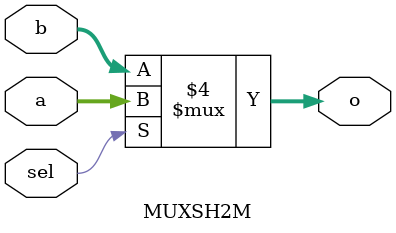
<source format=v>
`timescale 1ns / 1ps
module MUXSH2M(input [63:0]a,
             input [63:0]b,
				 input sel,
				 output reg[63:0]o
				
                   
    );
	 always@*begin
	   if(sel==1'b1)
		   o=a;
		else
		   o=b;
			
	end
		


endmodule

</source>
